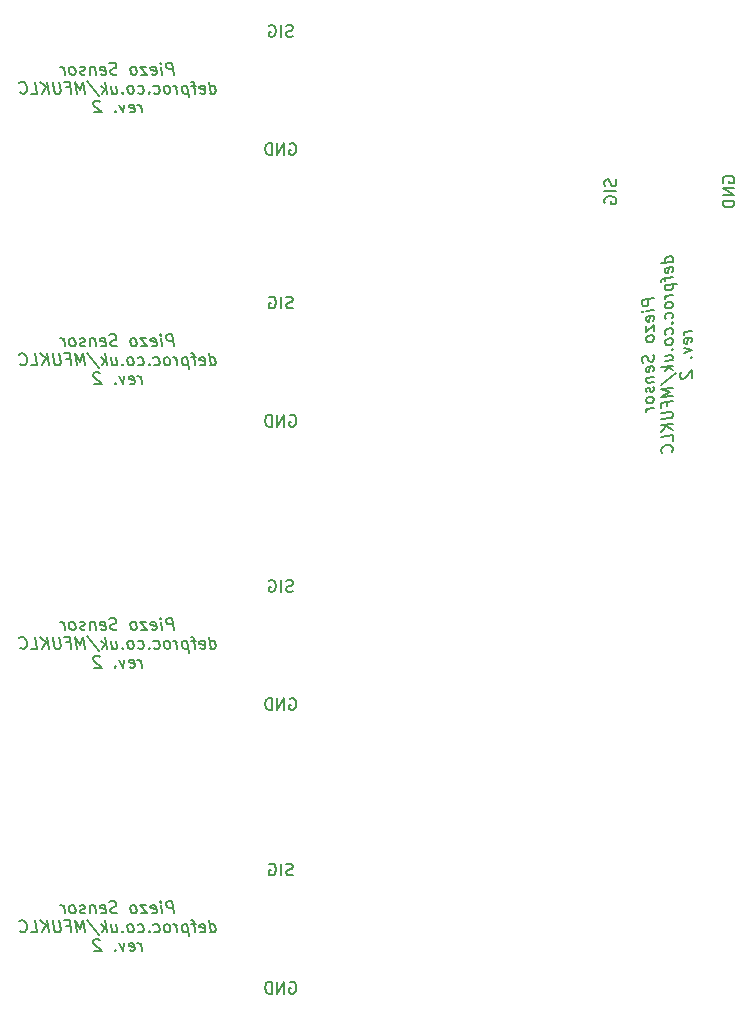
<source format=gbo>
G04 (created by PCBNEW (2013-jul-07)-stable) date Sun 15 Mar 2015 20:22:26 GMT*
%MOIN*%
G04 Gerber Fmt 3.4, Leading zero omitted, Abs format*
%FSLAX34Y34*%
G01*
G70*
G90*
G04 APERTURE LIST*
%ADD10C,0.00590551*%
%ADD11C,0.00787402*%
G04 APERTURE END LIST*
G54D10*
G54D11*
X99156Y-62392D02*
X99175Y-62448D01*
X99175Y-62542D01*
X99156Y-62579D01*
X99137Y-62598D01*
X99100Y-62617D01*
X99062Y-62617D01*
X99025Y-62598D01*
X99006Y-62579D01*
X98987Y-62542D01*
X98968Y-62467D01*
X98950Y-62429D01*
X98931Y-62410D01*
X98893Y-62392D01*
X98856Y-62392D01*
X98818Y-62410D01*
X98800Y-62429D01*
X98781Y-62467D01*
X98781Y-62560D01*
X98800Y-62617D01*
X99175Y-62785D02*
X98781Y-62785D01*
X98800Y-63179D02*
X98781Y-63142D01*
X98781Y-63085D01*
X98800Y-63029D01*
X98837Y-62992D01*
X98875Y-62973D01*
X98950Y-62954D01*
X99006Y-62954D01*
X99081Y-62973D01*
X99118Y-62992D01*
X99156Y-63029D01*
X99175Y-63085D01*
X99175Y-63123D01*
X99156Y-63179D01*
X99137Y-63198D01*
X99006Y-63198D01*
X99006Y-63123D01*
X102737Y-62495D02*
X102718Y-62457D01*
X102718Y-62401D01*
X102737Y-62345D01*
X102774Y-62307D01*
X102812Y-62289D01*
X102887Y-62270D01*
X102943Y-62270D01*
X103018Y-62289D01*
X103055Y-62307D01*
X103093Y-62345D01*
X103112Y-62401D01*
X103112Y-62439D01*
X103093Y-62495D01*
X103074Y-62514D01*
X102943Y-62514D01*
X102943Y-62439D01*
X103112Y-62682D02*
X102718Y-62682D01*
X103112Y-62907D01*
X102718Y-62907D01*
X103112Y-63095D02*
X102718Y-63095D01*
X102718Y-63188D01*
X102737Y-63245D01*
X102774Y-63282D01*
X102812Y-63301D01*
X102887Y-63320D01*
X102943Y-63320D01*
X103018Y-63301D01*
X103055Y-63282D01*
X103093Y-63245D01*
X103112Y-63188D01*
X103112Y-63095D01*
X100434Y-66361D02*
X100041Y-66410D01*
X100041Y-66560D01*
X100059Y-66596D01*
X100078Y-66612D01*
X100116Y-66626D01*
X100172Y-66619D01*
X100209Y-66596D01*
X100228Y-66575D01*
X100247Y-66535D01*
X100247Y-66385D01*
X100434Y-66755D02*
X100172Y-66788D01*
X100041Y-66804D02*
X100059Y-66783D01*
X100078Y-66800D01*
X100059Y-66821D01*
X100041Y-66804D01*
X100078Y-66800D01*
X100416Y-67095D02*
X100434Y-67055D01*
X100434Y-66980D01*
X100416Y-66945D01*
X100378Y-66931D01*
X100228Y-66949D01*
X100191Y-66973D01*
X100172Y-67013D01*
X100172Y-67088D01*
X100191Y-67123D01*
X100228Y-67137D01*
X100266Y-67132D01*
X100303Y-66940D01*
X100172Y-67275D02*
X100172Y-67481D01*
X100434Y-67242D01*
X100434Y-67449D01*
X100434Y-67655D02*
X100416Y-67620D01*
X100397Y-67603D01*
X100359Y-67589D01*
X100247Y-67603D01*
X100209Y-67627D01*
X100191Y-67648D01*
X100172Y-67688D01*
X100172Y-67744D01*
X100191Y-67779D01*
X100209Y-67795D01*
X100247Y-67810D01*
X100359Y-67795D01*
X100397Y-67772D01*
X100416Y-67751D01*
X100434Y-67711D01*
X100434Y-67655D01*
X100416Y-68238D02*
X100434Y-68292D01*
X100434Y-68386D01*
X100416Y-68426D01*
X100397Y-68447D01*
X100359Y-68470D01*
X100322Y-68475D01*
X100284Y-68461D01*
X100266Y-68445D01*
X100247Y-68409D01*
X100228Y-68337D01*
X100209Y-68302D01*
X100191Y-68285D01*
X100153Y-68271D01*
X100116Y-68276D01*
X100078Y-68299D01*
X100059Y-68320D01*
X100041Y-68360D01*
X100041Y-68454D01*
X100059Y-68508D01*
X100416Y-68782D02*
X100434Y-68742D01*
X100434Y-68667D01*
X100416Y-68632D01*
X100378Y-68618D01*
X100228Y-68637D01*
X100191Y-68660D01*
X100172Y-68700D01*
X100172Y-68775D01*
X100191Y-68810D01*
X100228Y-68824D01*
X100266Y-68820D01*
X100303Y-68627D01*
X100172Y-69000D02*
X100434Y-68967D01*
X100209Y-68995D02*
X100191Y-69016D01*
X100172Y-69056D01*
X100172Y-69113D01*
X100191Y-69148D01*
X100228Y-69162D01*
X100434Y-69136D01*
X100416Y-69307D02*
X100434Y-69342D01*
X100434Y-69417D01*
X100416Y-69457D01*
X100378Y-69480D01*
X100359Y-69483D01*
X100322Y-69469D01*
X100303Y-69434D01*
X100303Y-69377D01*
X100284Y-69342D01*
X100247Y-69328D01*
X100228Y-69330D01*
X100191Y-69354D01*
X100172Y-69394D01*
X100172Y-69450D01*
X100191Y-69485D01*
X100434Y-69698D02*
X100416Y-69663D01*
X100397Y-69647D01*
X100359Y-69633D01*
X100247Y-69647D01*
X100209Y-69670D01*
X100191Y-69691D01*
X100172Y-69731D01*
X100172Y-69787D01*
X100191Y-69823D01*
X100209Y-69839D01*
X100247Y-69853D01*
X100359Y-69839D01*
X100397Y-69816D01*
X100416Y-69794D01*
X100434Y-69755D01*
X100434Y-69698D01*
X100434Y-69998D02*
X100172Y-70031D01*
X100247Y-70022D02*
X100209Y-70045D01*
X100191Y-70066D01*
X100172Y-70106D01*
X100172Y-70144D01*
X101064Y-65133D02*
X100671Y-65183D01*
X101046Y-65136D02*
X101064Y-65096D01*
X101064Y-65021D01*
X101046Y-64986D01*
X101027Y-64969D01*
X100989Y-64955D01*
X100877Y-64969D01*
X100839Y-64993D01*
X100821Y-65014D01*
X100802Y-65054D01*
X100802Y-65129D01*
X100821Y-65164D01*
X101046Y-65473D02*
X101064Y-65433D01*
X101064Y-65358D01*
X101046Y-65323D01*
X101008Y-65309D01*
X100858Y-65328D01*
X100821Y-65351D01*
X100802Y-65391D01*
X100802Y-65466D01*
X100821Y-65501D01*
X100858Y-65515D01*
X100896Y-65511D01*
X100933Y-65318D01*
X100802Y-65635D02*
X100802Y-65785D01*
X101064Y-65658D02*
X100727Y-65700D01*
X100689Y-65724D01*
X100671Y-65764D01*
X100671Y-65801D01*
X100802Y-65916D02*
X101196Y-65867D01*
X100821Y-65914D02*
X100802Y-65954D01*
X100802Y-66029D01*
X100821Y-66064D01*
X100839Y-66080D01*
X100877Y-66094D01*
X100989Y-66080D01*
X101027Y-66057D01*
X101046Y-66036D01*
X101064Y-65996D01*
X101064Y-65921D01*
X101046Y-65886D01*
X101064Y-66239D02*
X100802Y-66272D01*
X100877Y-66263D02*
X100839Y-66286D01*
X100821Y-66307D01*
X100802Y-66347D01*
X100802Y-66385D01*
X101064Y-66539D02*
X101046Y-66504D01*
X101027Y-66488D01*
X100989Y-66474D01*
X100877Y-66488D01*
X100839Y-66511D01*
X100821Y-66532D01*
X100802Y-66572D01*
X100802Y-66628D01*
X100821Y-66664D01*
X100839Y-66680D01*
X100877Y-66694D01*
X100989Y-66680D01*
X101027Y-66657D01*
X101046Y-66635D01*
X101064Y-66596D01*
X101064Y-66539D01*
X101046Y-67010D02*
X101064Y-66971D01*
X101064Y-66896D01*
X101046Y-66860D01*
X101027Y-66844D01*
X100989Y-66830D01*
X100877Y-66844D01*
X100839Y-66867D01*
X100821Y-66889D01*
X100802Y-66928D01*
X100802Y-67003D01*
X100821Y-67039D01*
X101027Y-67181D02*
X101046Y-67198D01*
X101064Y-67177D01*
X101046Y-67160D01*
X101027Y-67181D01*
X101064Y-67177D01*
X101046Y-67535D02*
X101064Y-67496D01*
X101064Y-67421D01*
X101046Y-67385D01*
X101027Y-67369D01*
X100989Y-67355D01*
X100877Y-67369D01*
X100839Y-67392D01*
X100821Y-67413D01*
X100802Y-67453D01*
X100802Y-67528D01*
X100821Y-67563D01*
X101064Y-67758D02*
X101046Y-67723D01*
X101027Y-67706D01*
X100989Y-67692D01*
X100877Y-67706D01*
X100839Y-67730D01*
X100821Y-67751D01*
X100802Y-67791D01*
X100802Y-67847D01*
X100821Y-67882D01*
X100839Y-67899D01*
X100877Y-67913D01*
X100989Y-67899D01*
X101027Y-67875D01*
X101046Y-67854D01*
X101064Y-67814D01*
X101064Y-67758D01*
X101027Y-68063D02*
X101046Y-68079D01*
X101064Y-68058D01*
X101046Y-68042D01*
X101027Y-68063D01*
X101064Y-68058D01*
X100802Y-68447D02*
X101064Y-68414D01*
X100802Y-68278D02*
X101008Y-68252D01*
X101046Y-68267D01*
X101064Y-68302D01*
X101064Y-68358D01*
X101046Y-68398D01*
X101027Y-68419D01*
X101064Y-68602D02*
X100671Y-68651D01*
X100914Y-68658D02*
X101064Y-68752D01*
X100802Y-68784D02*
X100952Y-68616D01*
X100652Y-69253D02*
X101158Y-68852D01*
X101064Y-69333D02*
X100671Y-69382D01*
X100952Y-69478D01*
X100671Y-69644D01*
X101064Y-69595D01*
X100858Y-69940D02*
X100858Y-69809D01*
X101064Y-69783D02*
X100671Y-69832D01*
X100671Y-70019D01*
X100671Y-70169D02*
X100989Y-70130D01*
X101027Y-70144D01*
X101046Y-70160D01*
X101064Y-70195D01*
X101064Y-70270D01*
X101046Y-70310D01*
X101027Y-70331D01*
X100989Y-70355D01*
X100671Y-70394D01*
X101064Y-70533D02*
X100671Y-70582D01*
X101064Y-70758D02*
X100839Y-70617D01*
X100671Y-70807D02*
X100896Y-70554D01*
X101064Y-71114D02*
X101064Y-70926D01*
X100671Y-70976D01*
X101027Y-71475D02*
X101046Y-71454D01*
X101064Y-71395D01*
X101064Y-71358D01*
X101046Y-71304D01*
X101008Y-71271D01*
X100971Y-71257D01*
X100896Y-71247D01*
X100839Y-71254D01*
X100764Y-71283D01*
X100727Y-71306D01*
X100689Y-71348D01*
X100671Y-71407D01*
X100671Y-71444D01*
X100689Y-71498D01*
X100708Y-71515D01*
X101694Y-67430D02*
X101432Y-67463D01*
X101507Y-67453D02*
X101469Y-67477D01*
X101451Y-67498D01*
X101432Y-67538D01*
X101432Y-67575D01*
X101676Y-67826D02*
X101694Y-67786D01*
X101694Y-67711D01*
X101676Y-67676D01*
X101638Y-67662D01*
X101488Y-67681D01*
X101451Y-67704D01*
X101432Y-67744D01*
X101432Y-67819D01*
X101451Y-67854D01*
X101488Y-67868D01*
X101526Y-67863D01*
X101563Y-67671D01*
X101432Y-68006D02*
X101694Y-68067D01*
X101432Y-68194D01*
X101657Y-68316D02*
X101676Y-68332D01*
X101694Y-68311D01*
X101676Y-68295D01*
X101657Y-68316D01*
X101694Y-68311D01*
X101338Y-68824D02*
X101319Y-68845D01*
X101301Y-68885D01*
X101301Y-68979D01*
X101319Y-69014D01*
X101338Y-69030D01*
X101376Y-69045D01*
X101413Y-69040D01*
X101469Y-69014D01*
X101694Y-68761D01*
X101694Y-69005D01*
X84425Y-86852D02*
X84376Y-86458D01*
X84226Y-86458D01*
X84191Y-86477D01*
X84174Y-86496D01*
X84160Y-86533D01*
X84167Y-86589D01*
X84191Y-86627D01*
X84212Y-86646D01*
X84252Y-86664D01*
X84402Y-86664D01*
X84031Y-86852D02*
X83999Y-86589D01*
X83982Y-86458D02*
X84003Y-86477D01*
X83987Y-86496D01*
X83966Y-86477D01*
X83982Y-86458D01*
X83987Y-86496D01*
X83692Y-86833D02*
X83731Y-86852D01*
X83806Y-86852D01*
X83842Y-86833D01*
X83856Y-86796D01*
X83837Y-86646D01*
X83813Y-86608D01*
X83774Y-86589D01*
X83699Y-86589D01*
X83663Y-86608D01*
X83649Y-86646D01*
X83654Y-86683D01*
X83846Y-86721D01*
X83511Y-86589D02*
X83305Y-86589D01*
X83544Y-86852D01*
X83338Y-86852D01*
X83132Y-86852D02*
X83167Y-86833D01*
X83183Y-86814D01*
X83197Y-86777D01*
X83183Y-86664D01*
X83160Y-86627D01*
X83139Y-86608D01*
X83099Y-86589D01*
X83042Y-86589D01*
X83007Y-86608D01*
X82991Y-86627D01*
X82977Y-86664D01*
X82991Y-86777D01*
X83014Y-86814D01*
X83035Y-86833D01*
X83075Y-86852D01*
X83132Y-86852D01*
X82548Y-86833D02*
X82494Y-86852D01*
X82400Y-86852D01*
X82361Y-86833D01*
X82339Y-86814D01*
X82316Y-86777D01*
X82311Y-86739D01*
X82325Y-86702D01*
X82342Y-86683D01*
X82377Y-86664D01*
X82450Y-86646D01*
X82485Y-86627D01*
X82501Y-86608D01*
X82515Y-86571D01*
X82511Y-86533D01*
X82487Y-86496D01*
X82466Y-86477D01*
X82426Y-86458D01*
X82332Y-86458D01*
X82279Y-86477D01*
X82004Y-86833D02*
X82044Y-86852D01*
X82119Y-86852D01*
X82154Y-86833D01*
X82168Y-86796D01*
X82150Y-86646D01*
X82126Y-86608D01*
X82086Y-86589D01*
X82011Y-86589D01*
X81976Y-86608D01*
X81962Y-86646D01*
X81967Y-86683D01*
X82159Y-86721D01*
X81786Y-86589D02*
X81819Y-86852D01*
X81791Y-86627D02*
X81770Y-86608D01*
X81730Y-86589D01*
X81674Y-86589D01*
X81639Y-86608D01*
X81625Y-86646D01*
X81650Y-86852D01*
X81479Y-86833D02*
X81444Y-86852D01*
X81369Y-86852D01*
X81329Y-86833D01*
X81306Y-86796D01*
X81304Y-86777D01*
X81318Y-86739D01*
X81353Y-86721D01*
X81409Y-86721D01*
X81444Y-86702D01*
X81458Y-86664D01*
X81456Y-86646D01*
X81433Y-86608D01*
X81393Y-86589D01*
X81336Y-86589D01*
X81301Y-86608D01*
X81088Y-86852D02*
X81123Y-86833D01*
X81140Y-86814D01*
X81154Y-86777D01*
X81140Y-86664D01*
X81116Y-86627D01*
X81095Y-86608D01*
X81055Y-86589D01*
X80999Y-86589D01*
X80964Y-86608D01*
X80947Y-86627D01*
X80933Y-86664D01*
X80947Y-86777D01*
X80971Y-86814D01*
X80992Y-86833D01*
X81032Y-86852D01*
X81088Y-86852D01*
X80788Y-86852D02*
X80755Y-86589D01*
X80765Y-86664D02*
X80741Y-86627D01*
X80720Y-86608D01*
X80680Y-86589D01*
X80643Y-86589D01*
X85653Y-87482D02*
X85604Y-87088D01*
X85651Y-87463D02*
X85691Y-87482D01*
X85766Y-87482D01*
X85801Y-87463D01*
X85817Y-87444D01*
X85831Y-87407D01*
X85817Y-87294D01*
X85794Y-87257D01*
X85773Y-87238D01*
X85733Y-87219D01*
X85658Y-87219D01*
X85623Y-87238D01*
X85313Y-87463D02*
X85353Y-87482D01*
X85428Y-87482D01*
X85463Y-87463D01*
X85477Y-87425D01*
X85459Y-87275D01*
X85435Y-87238D01*
X85395Y-87219D01*
X85320Y-87219D01*
X85285Y-87238D01*
X85271Y-87275D01*
X85276Y-87313D01*
X85468Y-87350D01*
X85152Y-87219D02*
X85002Y-87219D01*
X85128Y-87482D02*
X85086Y-87144D01*
X85063Y-87107D01*
X85023Y-87088D01*
X84985Y-87088D01*
X84870Y-87219D02*
X84920Y-87613D01*
X84873Y-87238D02*
X84833Y-87219D01*
X84758Y-87219D01*
X84723Y-87238D01*
X84706Y-87257D01*
X84692Y-87294D01*
X84706Y-87407D01*
X84730Y-87444D01*
X84751Y-87463D01*
X84791Y-87482D01*
X84866Y-87482D01*
X84901Y-87463D01*
X84547Y-87482D02*
X84514Y-87219D01*
X84524Y-87294D02*
X84500Y-87257D01*
X84479Y-87238D01*
X84439Y-87219D01*
X84402Y-87219D01*
X84247Y-87482D02*
X84282Y-87463D01*
X84299Y-87444D01*
X84313Y-87407D01*
X84299Y-87294D01*
X84275Y-87257D01*
X84254Y-87238D01*
X84214Y-87219D01*
X84158Y-87219D01*
X84123Y-87238D01*
X84106Y-87257D01*
X84092Y-87294D01*
X84106Y-87407D01*
X84130Y-87444D01*
X84151Y-87463D01*
X84191Y-87482D01*
X84247Y-87482D01*
X83776Y-87463D02*
X83816Y-87482D01*
X83891Y-87482D01*
X83926Y-87463D01*
X83942Y-87444D01*
X83956Y-87407D01*
X83942Y-87294D01*
X83919Y-87257D01*
X83898Y-87238D01*
X83858Y-87219D01*
X83783Y-87219D01*
X83748Y-87238D01*
X83605Y-87444D02*
X83589Y-87463D01*
X83610Y-87482D01*
X83626Y-87463D01*
X83605Y-87444D01*
X83610Y-87482D01*
X83251Y-87463D02*
X83291Y-87482D01*
X83366Y-87482D01*
X83401Y-87463D01*
X83417Y-87444D01*
X83431Y-87407D01*
X83417Y-87294D01*
X83394Y-87257D01*
X83373Y-87238D01*
X83333Y-87219D01*
X83258Y-87219D01*
X83223Y-87238D01*
X83028Y-87482D02*
X83064Y-87463D01*
X83080Y-87444D01*
X83094Y-87407D01*
X83080Y-87294D01*
X83057Y-87257D01*
X83035Y-87238D01*
X82996Y-87219D01*
X82939Y-87219D01*
X82904Y-87238D01*
X82888Y-87257D01*
X82874Y-87294D01*
X82888Y-87407D01*
X82911Y-87444D01*
X82932Y-87463D01*
X82972Y-87482D01*
X83028Y-87482D01*
X82724Y-87444D02*
X82707Y-87463D01*
X82728Y-87482D01*
X82745Y-87463D01*
X82724Y-87444D01*
X82728Y-87482D01*
X82339Y-87219D02*
X82372Y-87482D01*
X82508Y-87219D02*
X82534Y-87425D01*
X82520Y-87463D01*
X82485Y-87482D01*
X82428Y-87482D01*
X82389Y-87463D01*
X82368Y-87444D01*
X82185Y-87482D02*
X82136Y-87088D01*
X82129Y-87332D02*
X82035Y-87482D01*
X82002Y-87219D02*
X82171Y-87369D01*
X81533Y-87069D02*
X81934Y-87575D01*
X81454Y-87482D02*
X81404Y-87088D01*
X81308Y-87369D01*
X81142Y-87088D01*
X81191Y-87482D01*
X80847Y-87275D02*
X80978Y-87275D01*
X81004Y-87482D02*
X80954Y-87088D01*
X80767Y-87088D01*
X80617Y-87088D02*
X80657Y-87407D01*
X80643Y-87444D01*
X80626Y-87463D01*
X80591Y-87482D01*
X80516Y-87482D01*
X80476Y-87463D01*
X80455Y-87444D01*
X80432Y-87407D01*
X80392Y-87088D01*
X80254Y-87482D02*
X80205Y-87088D01*
X80029Y-87482D02*
X80169Y-87257D01*
X79980Y-87088D02*
X80233Y-87313D01*
X79673Y-87482D02*
X79860Y-87482D01*
X79811Y-87088D01*
X79312Y-87444D02*
X79333Y-87463D01*
X79391Y-87482D01*
X79429Y-87482D01*
X79483Y-87463D01*
X79516Y-87425D01*
X79530Y-87388D01*
X79539Y-87313D01*
X79532Y-87257D01*
X79504Y-87182D01*
X79480Y-87144D01*
X79438Y-87107D01*
X79380Y-87088D01*
X79342Y-87088D01*
X79288Y-87107D01*
X79272Y-87125D01*
X83357Y-88112D02*
X83324Y-87849D01*
X83333Y-87924D02*
X83310Y-87887D01*
X83289Y-87868D01*
X83249Y-87849D01*
X83211Y-87849D01*
X82960Y-88093D02*
X83000Y-88112D01*
X83075Y-88112D01*
X83110Y-88093D01*
X83125Y-88055D01*
X83106Y-87905D01*
X83082Y-87868D01*
X83042Y-87849D01*
X82967Y-87849D01*
X82932Y-87868D01*
X82918Y-87905D01*
X82923Y-87943D01*
X83115Y-87980D01*
X82780Y-87849D02*
X82719Y-88112D01*
X82593Y-87849D01*
X82471Y-88074D02*
X82454Y-88093D01*
X82475Y-88112D01*
X82492Y-88093D01*
X82471Y-88074D01*
X82475Y-88112D01*
X81962Y-87755D02*
X81941Y-87737D01*
X81901Y-87718D01*
X81807Y-87718D01*
X81772Y-87737D01*
X81756Y-87755D01*
X81742Y-87793D01*
X81747Y-87830D01*
X81772Y-87887D01*
X82025Y-88112D01*
X81782Y-88112D01*
X88292Y-89154D02*
X88329Y-89135D01*
X88385Y-89135D01*
X88442Y-89154D01*
X88479Y-89191D01*
X88498Y-89229D01*
X88517Y-89304D01*
X88517Y-89360D01*
X88498Y-89435D01*
X88479Y-89473D01*
X88442Y-89510D01*
X88385Y-89529D01*
X88348Y-89529D01*
X88292Y-89510D01*
X88273Y-89491D01*
X88273Y-89360D01*
X88348Y-89360D01*
X88104Y-89529D02*
X88104Y-89135D01*
X87879Y-89529D01*
X87879Y-89135D01*
X87692Y-89529D02*
X87692Y-89135D01*
X87598Y-89135D01*
X87542Y-89154D01*
X87504Y-89191D01*
X87485Y-89229D01*
X87467Y-89304D01*
X87467Y-89360D01*
X87485Y-89435D01*
X87504Y-89473D01*
X87542Y-89510D01*
X87598Y-89529D01*
X87692Y-89529D01*
X88395Y-85573D02*
X88338Y-85592D01*
X88245Y-85592D01*
X88207Y-85573D01*
X88188Y-85554D01*
X88170Y-85517D01*
X88170Y-85479D01*
X88188Y-85442D01*
X88207Y-85423D01*
X88245Y-85404D01*
X88320Y-85386D01*
X88357Y-85367D01*
X88376Y-85348D01*
X88395Y-85311D01*
X88395Y-85273D01*
X88376Y-85236D01*
X88357Y-85217D01*
X88320Y-85198D01*
X88226Y-85198D01*
X88170Y-85217D01*
X88001Y-85592D02*
X88001Y-85198D01*
X87607Y-85217D02*
X87645Y-85198D01*
X87701Y-85198D01*
X87757Y-85217D01*
X87795Y-85254D01*
X87814Y-85292D01*
X87832Y-85367D01*
X87832Y-85423D01*
X87814Y-85498D01*
X87795Y-85536D01*
X87757Y-85573D01*
X87701Y-85592D01*
X87664Y-85592D01*
X87607Y-85573D01*
X87589Y-85554D01*
X87589Y-85423D01*
X87664Y-85423D01*
X88395Y-76124D02*
X88338Y-76143D01*
X88245Y-76143D01*
X88207Y-76124D01*
X88188Y-76106D01*
X88170Y-76068D01*
X88170Y-76031D01*
X88188Y-75993D01*
X88207Y-75974D01*
X88245Y-75956D01*
X88320Y-75937D01*
X88357Y-75918D01*
X88376Y-75899D01*
X88395Y-75862D01*
X88395Y-75824D01*
X88376Y-75787D01*
X88357Y-75768D01*
X88320Y-75749D01*
X88226Y-75749D01*
X88170Y-75768D01*
X88001Y-76143D02*
X88001Y-75749D01*
X87607Y-75768D02*
X87645Y-75749D01*
X87701Y-75749D01*
X87757Y-75768D01*
X87795Y-75806D01*
X87814Y-75843D01*
X87832Y-75918D01*
X87832Y-75974D01*
X87814Y-76049D01*
X87795Y-76087D01*
X87757Y-76124D01*
X87701Y-76143D01*
X87664Y-76143D01*
X87607Y-76124D01*
X87589Y-76106D01*
X87589Y-75974D01*
X87664Y-75974D01*
X88292Y-79705D02*
X88329Y-79686D01*
X88385Y-79686D01*
X88442Y-79705D01*
X88479Y-79743D01*
X88498Y-79780D01*
X88517Y-79855D01*
X88517Y-79911D01*
X88498Y-79986D01*
X88479Y-80024D01*
X88442Y-80061D01*
X88385Y-80080D01*
X88348Y-80080D01*
X88292Y-80061D01*
X88273Y-80043D01*
X88273Y-79911D01*
X88348Y-79911D01*
X88104Y-80080D02*
X88104Y-79686D01*
X87879Y-80080D01*
X87879Y-79686D01*
X87692Y-80080D02*
X87692Y-79686D01*
X87598Y-79686D01*
X87542Y-79705D01*
X87504Y-79743D01*
X87485Y-79780D01*
X87467Y-79855D01*
X87467Y-79911D01*
X87485Y-79986D01*
X87504Y-80024D01*
X87542Y-80061D01*
X87598Y-80080D01*
X87692Y-80080D01*
X84425Y-77403D02*
X84376Y-77009D01*
X84226Y-77009D01*
X84191Y-77028D01*
X84174Y-77047D01*
X84160Y-77084D01*
X84167Y-77140D01*
X84191Y-77178D01*
X84212Y-77197D01*
X84252Y-77215D01*
X84402Y-77215D01*
X84031Y-77403D02*
X83999Y-77140D01*
X83982Y-77009D02*
X84003Y-77028D01*
X83987Y-77047D01*
X83966Y-77028D01*
X83982Y-77009D01*
X83987Y-77047D01*
X83692Y-77384D02*
X83731Y-77403D01*
X83806Y-77403D01*
X83842Y-77384D01*
X83856Y-77347D01*
X83837Y-77197D01*
X83813Y-77159D01*
X83774Y-77140D01*
X83699Y-77140D01*
X83663Y-77159D01*
X83649Y-77197D01*
X83654Y-77234D01*
X83846Y-77272D01*
X83511Y-77140D02*
X83305Y-77140D01*
X83544Y-77403D01*
X83338Y-77403D01*
X83132Y-77403D02*
X83167Y-77384D01*
X83183Y-77365D01*
X83197Y-77328D01*
X83183Y-77215D01*
X83160Y-77178D01*
X83139Y-77159D01*
X83099Y-77140D01*
X83042Y-77140D01*
X83007Y-77159D01*
X82991Y-77178D01*
X82977Y-77215D01*
X82991Y-77328D01*
X83014Y-77365D01*
X83035Y-77384D01*
X83075Y-77403D01*
X83132Y-77403D01*
X82548Y-77384D02*
X82494Y-77403D01*
X82400Y-77403D01*
X82361Y-77384D01*
X82339Y-77365D01*
X82316Y-77328D01*
X82311Y-77290D01*
X82325Y-77253D01*
X82342Y-77234D01*
X82377Y-77215D01*
X82450Y-77197D01*
X82485Y-77178D01*
X82501Y-77159D01*
X82515Y-77122D01*
X82511Y-77084D01*
X82487Y-77047D01*
X82466Y-77028D01*
X82426Y-77009D01*
X82332Y-77009D01*
X82279Y-77028D01*
X82004Y-77384D02*
X82044Y-77403D01*
X82119Y-77403D01*
X82154Y-77384D01*
X82168Y-77347D01*
X82150Y-77197D01*
X82126Y-77159D01*
X82086Y-77140D01*
X82011Y-77140D01*
X81976Y-77159D01*
X81962Y-77197D01*
X81967Y-77234D01*
X82159Y-77272D01*
X81786Y-77140D02*
X81819Y-77403D01*
X81791Y-77178D02*
X81770Y-77159D01*
X81730Y-77140D01*
X81674Y-77140D01*
X81639Y-77159D01*
X81625Y-77197D01*
X81650Y-77403D01*
X81479Y-77384D02*
X81444Y-77403D01*
X81369Y-77403D01*
X81329Y-77384D01*
X81306Y-77347D01*
X81304Y-77328D01*
X81318Y-77290D01*
X81353Y-77272D01*
X81409Y-77272D01*
X81444Y-77253D01*
X81458Y-77215D01*
X81456Y-77197D01*
X81433Y-77159D01*
X81393Y-77140D01*
X81336Y-77140D01*
X81301Y-77159D01*
X81088Y-77403D02*
X81123Y-77384D01*
X81140Y-77365D01*
X81154Y-77328D01*
X81140Y-77215D01*
X81116Y-77178D01*
X81095Y-77159D01*
X81055Y-77140D01*
X80999Y-77140D01*
X80964Y-77159D01*
X80947Y-77178D01*
X80933Y-77215D01*
X80947Y-77328D01*
X80971Y-77365D01*
X80992Y-77384D01*
X81032Y-77403D01*
X81088Y-77403D01*
X80788Y-77403D02*
X80755Y-77140D01*
X80765Y-77215D02*
X80741Y-77178D01*
X80720Y-77159D01*
X80680Y-77140D01*
X80643Y-77140D01*
X85653Y-78033D02*
X85604Y-77639D01*
X85651Y-78014D02*
X85691Y-78033D01*
X85766Y-78033D01*
X85801Y-78014D01*
X85817Y-77995D01*
X85831Y-77958D01*
X85817Y-77845D01*
X85794Y-77808D01*
X85773Y-77789D01*
X85733Y-77770D01*
X85658Y-77770D01*
X85623Y-77789D01*
X85313Y-78014D02*
X85353Y-78033D01*
X85428Y-78033D01*
X85463Y-78014D01*
X85477Y-77977D01*
X85459Y-77827D01*
X85435Y-77789D01*
X85395Y-77770D01*
X85320Y-77770D01*
X85285Y-77789D01*
X85271Y-77827D01*
X85276Y-77864D01*
X85468Y-77902D01*
X85152Y-77770D02*
X85002Y-77770D01*
X85128Y-78033D02*
X85086Y-77695D01*
X85063Y-77658D01*
X85023Y-77639D01*
X84985Y-77639D01*
X84870Y-77770D02*
X84920Y-78164D01*
X84873Y-77789D02*
X84833Y-77770D01*
X84758Y-77770D01*
X84723Y-77789D01*
X84706Y-77808D01*
X84692Y-77845D01*
X84706Y-77958D01*
X84730Y-77995D01*
X84751Y-78014D01*
X84791Y-78033D01*
X84866Y-78033D01*
X84901Y-78014D01*
X84547Y-78033D02*
X84514Y-77770D01*
X84524Y-77845D02*
X84500Y-77808D01*
X84479Y-77789D01*
X84439Y-77770D01*
X84402Y-77770D01*
X84247Y-78033D02*
X84282Y-78014D01*
X84299Y-77995D01*
X84313Y-77958D01*
X84299Y-77845D01*
X84275Y-77808D01*
X84254Y-77789D01*
X84214Y-77770D01*
X84158Y-77770D01*
X84123Y-77789D01*
X84106Y-77808D01*
X84092Y-77845D01*
X84106Y-77958D01*
X84130Y-77995D01*
X84151Y-78014D01*
X84191Y-78033D01*
X84247Y-78033D01*
X83776Y-78014D02*
X83816Y-78033D01*
X83891Y-78033D01*
X83926Y-78014D01*
X83942Y-77995D01*
X83956Y-77958D01*
X83942Y-77845D01*
X83919Y-77808D01*
X83898Y-77789D01*
X83858Y-77770D01*
X83783Y-77770D01*
X83748Y-77789D01*
X83605Y-77995D02*
X83589Y-78014D01*
X83610Y-78033D01*
X83626Y-78014D01*
X83605Y-77995D01*
X83610Y-78033D01*
X83251Y-78014D02*
X83291Y-78033D01*
X83366Y-78033D01*
X83401Y-78014D01*
X83417Y-77995D01*
X83431Y-77958D01*
X83417Y-77845D01*
X83394Y-77808D01*
X83373Y-77789D01*
X83333Y-77770D01*
X83258Y-77770D01*
X83223Y-77789D01*
X83028Y-78033D02*
X83064Y-78014D01*
X83080Y-77995D01*
X83094Y-77958D01*
X83080Y-77845D01*
X83057Y-77808D01*
X83035Y-77789D01*
X82996Y-77770D01*
X82939Y-77770D01*
X82904Y-77789D01*
X82888Y-77808D01*
X82874Y-77845D01*
X82888Y-77958D01*
X82911Y-77995D01*
X82932Y-78014D01*
X82972Y-78033D01*
X83028Y-78033D01*
X82724Y-77995D02*
X82707Y-78014D01*
X82728Y-78033D01*
X82745Y-78014D01*
X82724Y-77995D01*
X82728Y-78033D01*
X82339Y-77770D02*
X82372Y-78033D01*
X82508Y-77770D02*
X82534Y-77977D01*
X82520Y-78014D01*
X82485Y-78033D01*
X82428Y-78033D01*
X82389Y-78014D01*
X82368Y-77995D01*
X82185Y-78033D02*
X82136Y-77639D01*
X82129Y-77883D02*
X82035Y-78033D01*
X82002Y-77770D02*
X82171Y-77920D01*
X81533Y-77620D02*
X81934Y-78127D01*
X81454Y-78033D02*
X81404Y-77639D01*
X81308Y-77920D01*
X81142Y-77639D01*
X81191Y-78033D01*
X80847Y-77827D02*
X80978Y-77827D01*
X81004Y-78033D02*
X80954Y-77639D01*
X80767Y-77639D01*
X80617Y-77639D02*
X80657Y-77958D01*
X80643Y-77995D01*
X80626Y-78014D01*
X80591Y-78033D01*
X80516Y-78033D01*
X80476Y-78014D01*
X80455Y-77995D01*
X80432Y-77958D01*
X80392Y-77639D01*
X80254Y-78033D02*
X80205Y-77639D01*
X80029Y-78033D02*
X80169Y-77808D01*
X79980Y-77639D02*
X80233Y-77864D01*
X79673Y-78033D02*
X79860Y-78033D01*
X79811Y-77639D01*
X79312Y-77995D02*
X79333Y-78014D01*
X79391Y-78033D01*
X79429Y-78033D01*
X79483Y-78014D01*
X79516Y-77977D01*
X79530Y-77939D01*
X79539Y-77864D01*
X79532Y-77808D01*
X79504Y-77733D01*
X79480Y-77695D01*
X79438Y-77658D01*
X79380Y-77639D01*
X79342Y-77639D01*
X79288Y-77658D01*
X79272Y-77677D01*
X83357Y-78663D02*
X83324Y-78400D01*
X83333Y-78475D02*
X83310Y-78438D01*
X83289Y-78419D01*
X83249Y-78400D01*
X83211Y-78400D01*
X82960Y-78644D02*
X83000Y-78663D01*
X83075Y-78663D01*
X83110Y-78644D01*
X83125Y-78607D01*
X83106Y-78457D01*
X83082Y-78419D01*
X83042Y-78400D01*
X82967Y-78400D01*
X82932Y-78419D01*
X82918Y-78457D01*
X82923Y-78494D01*
X83115Y-78532D01*
X82780Y-78400D02*
X82719Y-78663D01*
X82593Y-78400D01*
X82471Y-78625D02*
X82454Y-78644D01*
X82475Y-78663D01*
X82492Y-78644D01*
X82471Y-78625D01*
X82475Y-78663D01*
X81962Y-78307D02*
X81941Y-78288D01*
X81901Y-78269D01*
X81807Y-78269D01*
X81772Y-78288D01*
X81756Y-78307D01*
X81742Y-78344D01*
X81747Y-78382D01*
X81772Y-78438D01*
X82025Y-78663D01*
X81782Y-78663D01*
X84425Y-67954D02*
X84376Y-67560D01*
X84226Y-67560D01*
X84191Y-67579D01*
X84174Y-67598D01*
X84160Y-67635D01*
X84167Y-67692D01*
X84191Y-67729D01*
X84212Y-67748D01*
X84252Y-67767D01*
X84402Y-67767D01*
X84031Y-67954D02*
X83999Y-67692D01*
X83982Y-67560D02*
X84003Y-67579D01*
X83987Y-67598D01*
X83966Y-67579D01*
X83982Y-67560D01*
X83987Y-67598D01*
X83692Y-67935D02*
X83731Y-67954D01*
X83806Y-67954D01*
X83842Y-67935D01*
X83856Y-67898D01*
X83837Y-67748D01*
X83813Y-67710D01*
X83774Y-67692D01*
X83699Y-67692D01*
X83663Y-67710D01*
X83649Y-67748D01*
X83654Y-67785D01*
X83846Y-67823D01*
X83511Y-67692D02*
X83305Y-67692D01*
X83544Y-67954D01*
X83338Y-67954D01*
X83132Y-67954D02*
X83167Y-67935D01*
X83183Y-67917D01*
X83197Y-67879D01*
X83183Y-67767D01*
X83160Y-67729D01*
X83139Y-67710D01*
X83099Y-67692D01*
X83042Y-67692D01*
X83007Y-67710D01*
X82991Y-67729D01*
X82977Y-67767D01*
X82991Y-67879D01*
X83014Y-67917D01*
X83035Y-67935D01*
X83075Y-67954D01*
X83132Y-67954D01*
X82548Y-67935D02*
X82494Y-67954D01*
X82400Y-67954D01*
X82361Y-67935D01*
X82339Y-67917D01*
X82316Y-67879D01*
X82311Y-67842D01*
X82325Y-67804D01*
X82342Y-67785D01*
X82377Y-67767D01*
X82450Y-67748D01*
X82485Y-67729D01*
X82501Y-67710D01*
X82515Y-67673D01*
X82511Y-67635D01*
X82487Y-67598D01*
X82466Y-67579D01*
X82426Y-67560D01*
X82332Y-67560D01*
X82279Y-67579D01*
X82004Y-67935D02*
X82044Y-67954D01*
X82119Y-67954D01*
X82154Y-67935D01*
X82168Y-67898D01*
X82150Y-67748D01*
X82126Y-67710D01*
X82086Y-67692D01*
X82011Y-67692D01*
X81976Y-67710D01*
X81962Y-67748D01*
X81967Y-67785D01*
X82159Y-67823D01*
X81786Y-67692D02*
X81819Y-67954D01*
X81791Y-67729D02*
X81770Y-67710D01*
X81730Y-67692D01*
X81674Y-67692D01*
X81639Y-67710D01*
X81625Y-67748D01*
X81650Y-67954D01*
X81479Y-67935D02*
X81444Y-67954D01*
X81369Y-67954D01*
X81329Y-67935D01*
X81306Y-67898D01*
X81304Y-67879D01*
X81318Y-67842D01*
X81353Y-67823D01*
X81409Y-67823D01*
X81444Y-67804D01*
X81458Y-67767D01*
X81456Y-67748D01*
X81433Y-67710D01*
X81393Y-67692D01*
X81336Y-67692D01*
X81301Y-67710D01*
X81088Y-67954D02*
X81123Y-67935D01*
X81140Y-67917D01*
X81154Y-67879D01*
X81140Y-67767D01*
X81116Y-67729D01*
X81095Y-67710D01*
X81055Y-67692D01*
X80999Y-67692D01*
X80964Y-67710D01*
X80947Y-67729D01*
X80933Y-67767D01*
X80947Y-67879D01*
X80971Y-67917D01*
X80992Y-67935D01*
X81032Y-67954D01*
X81088Y-67954D01*
X80788Y-67954D02*
X80755Y-67692D01*
X80765Y-67767D02*
X80741Y-67729D01*
X80720Y-67710D01*
X80680Y-67692D01*
X80643Y-67692D01*
X85653Y-68584D02*
X85604Y-68190D01*
X85651Y-68565D02*
X85691Y-68584D01*
X85766Y-68584D01*
X85801Y-68565D01*
X85817Y-68547D01*
X85831Y-68509D01*
X85817Y-68397D01*
X85794Y-68359D01*
X85773Y-68340D01*
X85733Y-68322D01*
X85658Y-68322D01*
X85623Y-68340D01*
X85313Y-68565D02*
X85353Y-68584D01*
X85428Y-68584D01*
X85463Y-68565D01*
X85477Y-68528D01*
X85459Y-68378D01*
X85435Y-68340D01*
X85395Y-68322D01*
X85320Y-68322D01*
X85285Y-68340D01*
X85271Y-68378D01*
X85276Y-68415D01*
X85468Y-68453D01*
X85152Y-68322D02*
X85002Y-68322D01*
X85128Y-68584D02*
X85086Y-68247D01*
X85063Y-68209D01*
X85023Y-68190D01*
X84985Y-68190D01*
X84870Y-68322D02*
X84920Y-68715D01*
X84873Y-68340D02*
X84833Y-68322D01*
X84758Y-68322D01*
X84723Y-68340D01*
X84706Y-68359D01*
X84692Y-68397D01*
X84706Y-68509D01*
X84730Y-68547D01*
X84751Y-68565D01*
X84791Y-68584D01*
X84866Y-68584D01*
X84901Y-68565D01*
X84547Y-68584D02*
X84514Y-68322D01*
X84524Y-68397D02*
X84500Y-68359D01*
X84479Y-68340D01*
X84439Y-68322D01*
X84402Y-68322D01*
X84247Y-68584D02*
X84282Y-68565D01*
X84299Y-68547D01*
X84313Y-68509D01*
X84299Y-68397D01*
X84275Y-68359D01*
X84254Y-68340D01*
X84214Y-68322D01*
X84158Y-68322D01*
X84123Y-68340D01*
X84106Y-68359D01*
X84092Y-68397D01*
X84106Y-68509D01*
X84130Y-68547D01*
X84151Y-68565D01*
X84191Y-68584D01*
X84247Y-68584D01*
X83776Y-68565D02*
X83816Y-68584D01*
X83891Y-68584D01*
X83926Y-68565D01*
X83942Y-68547D01*
X83956Y-68509D01*
X83942Y-68397D01*
X83919Y-68359D01*
X83898Y-68340D01*
X83858Y-68322D01*
X83783Y-68322D01*
X83748Y-68340D01*
X83605Y-68547D02*
X83589Y-68565D01*
X83610Y-68584D01*
X83626Y-68565D01*
X83605Y-68547D01*
X83610Y-68584D01*
X83251Y-68565D02*
X83291Y-68584D01*
X83366Y-68584D01*
X83401Y-68565D01*
X83417Y-68547D01*
X83431Y-68509D01*
X83417Y-68397D01*
X83394Y-68359D01*
X83373Y-68340D01*
X83333Y-68322D01*
X83258Y-68322D01*
X83223Y-68340D01*
X83028Y-68584D02*
X83064Y-68565D01*
X83080Y-68547D01*
X83094Y-68509D01*
X83080Y-68397D01*
X83057Y-68359D01*
X83035Y-68340D01*
X82996Y-68322D01*
X82939Y-68322D01*
X82904Y-68340D01*
X82888Y-68359D01*
X82874Y-68397D01*
X82888Y-68509D01*
X82911Y-68547D01*
X82932Y-68565D01*
X82972Y-68584D01*
X83028Y-68584D01*
X82724Y-68547D02*
X82707Y-68565D01*
X82728Y-68584D01*
X82745Y-68565D01*
X82724Y-68547D01*
X82728Y-68584D01*
X82339Y-68322D02*
X82372Y-68584D01*
X82508Y-68322D02*
X82534Y-68528D01*
X82520Y-68565D01*
X82485Y-68584D01*
X82428Y-68584D01*
X82389Y-68565D01*
X82368Y-68547D01*
X82185Y-68584D02*
X82136Y-68190D01*
X82129Y-68434D02*
X82035Y-68584D01*
X82002Y-68322D02*
X82171Y-68472D01*
X81533Y-68172D02*
X81934Y-68678D01*
X81454Y-68584D02*
X81404Y-68190D01*
X81308Y-68472D01*
X81142Y-68190D01*
X81191Y-68584D01*
X80847Y-68378D02*
X80978Y-68378D01*
X81004Y-68584D02*
X80954Y-68190D01*
X80767Y-68190D01*
X80617Y-68190D02*
X80657Y-68509D01*
X80643Y-68547D01*
X80626Y-68565D01*
X80591Y-68584D01*
X80516Y-68584D01*
X80476Y-68565D01*
X80455Y-68547D01*
X80432Y-68509D01*
X80392Y-68190D01*
X80254Y-68584D02*
X80205Y-68190D01*
X80029Y-68584D02*
X80169Y-68359D01*
X79980Y-68190D02*
X80233Y-68415D01*
X79673Y-68584D02*
X79860Y-68584D01*
X79811Y-68190D01*
X79312Y-68547D02*
X79333Y-68565D01*
X79391Y-68584D01*
X79429Y-68584D01*
X79483Y-68565D01*
X79516Y-68528D01*
X79530Y-68490D01*
X79539Y-68415D01*
X79532Y-68359D01*
X79504Y-68284D01*
X79480Y-68247D01*
X79438Y-68209D01*
X79380Y-68190D01*
X79342Y-68190D01*
X79288Y-68209D01*
X79272Y-68228D01*
X83357Y-69214D02*
X83324Y-68952D01*
X83333Y-69026D02*
X83310Y-68989D01*
X83289Y-68970D01*
X83249Y-68952D01*
X83211Y-68952D01*
X82960Y-69195D02*
X83000Y-69214D01*
X83075Y-69214D01*
X83110Y-69195D01*
X83125Y-69158D01*
X83106Y-69008D01*
X83082Y-68970D01*
X83042Y-68952D01*
X82967Y-68952D01*
X82932Y-68970D01*
X82918Y-69008D01*
X82923Y-69045D01*
X83115Y-69083D01*
X82780Y-68952D02*
X82719Y-69214D01*
X82593Y-68952D01*
X82471Y-69176D02*
X82454Y-69195D01*
X82475Y-69214D01*
X82492Y-69195D01*
X82471Y-69176D01*
X82475Y-69214D01*
X81962Y-68858D02*
X81941Y-68839D01*
X81901Y-68820D01*
X81807Y-68820D01*
X81772Y-68839D01*
X81756Y-68858D01*
X81742Y-68895D01*
X81747Y-68933D01*
X81772Y-68989D01*
X82025Y-69214D01*
X81782Y-69214D01*
X88292Y-70256D02*
X88329Y-70238D01*
X88385Y-70238D01*
X88442Y-70256D01*
X88479Y-70294D01*
X88498Y-70331D01*
X88517Y-70406D01*
X88517Y-70463D01*
X88498Y-70538D01*
X88479Y-70575D01*
X88442Y-70613D01*
X88385Y-70631D01*
X88348Y-70631D01*
X88292Y-70613D01*
X88273Y-70594D01*
X88273Y-70463D01*
X88348Y-70463D01*
X88104Y-70631D02*
X88104Y-70238D01*
X87879Y-70631D01*
X87879Y-70238D01*
X87692Y-70631D02*
X87692Y-70238D01*
X87598Y-70238D01*
X87542Y-70256D01*
X87504Y-70294D01*
X87485Y-70331D01*
X87467Y-70406D01*
X87467Y-70463D01*
X87485Y-70538D01*
X87504Y-70575D01*
X87542Y-70613D01*
X87598Y-70631D01*
X87692Y-70631D01*
X88395Y-66676D02*
X88338Y-66694D01*
X88245Y-66694D01*
X88207Y-66676D01*
X88188Y-66657D01*
X88170Y-66619D01*
X88170Y-66582D01*
X88188Y-66544D01*
X88207Y-66526D01*
X88245Y-66507D01*
X88320Y-66488D01*
X88357Y-66469D01*
X88376Y-66451D01*
X88395Y-66413D01*
X88395Y-66376D01*
X88376Y-66338D01*
X88357Y-66319D01*
X88320Y-66301D01*
X88226Y-66301D01*
X88170Y-66319D01*
X88001Y-66694D02*
X88001Y-66301D01*
X87607Y-66319D02*
X87645Y-66301D01*
X87701Y-66301D01*
X87757Y-66319D01*
X87795Y-66357D01*
X87814Y-66394D01*
X87832Y-66469D01*
X87832Y-66526D01*
X87814Y-66601D01*
X87795Y-66638D01*
X87757Y-66676D01*
X87701Y-66694D01*
X87664Y-66694D01*
X87607Y-66676D01*
X87589Y-66657D01*
X87589Y-66526D01*
X87664Y-66526D01*
X88395Y-57620D02*
X88338Y-57639D01*
X88245Y-57639D01*
X88207Y-57620D01*
X88188Y-57602D01*
X88170Y-57564D01*
X88170Y-57527D01*
X88188Y-57489D01*
X88207Y-57470D01*
X88245Y-57452D01*
X88320Y-57433D01*
X88357Y-57414D01*
X88376Y-57395D01*
X88395Y-57358D01*
X88395Y-57320D01*
X88376Y-57283D01*
X88357Y-57264D01*
X88320Y-57245D01*
X88226Y-57245D01*
X88170Y-57264D01*
X88001Y-57639D02*
X88001Y-57245D01*
X87607Y-57264D02*
X87645Y-57245D01*
X87701Y-57245D01*
X87757Y-57264D01*
X87795Y-57302D01*
X87814Y-57339D01*
X87832Y-57414D01*
X87832Y-57470D01*
X87814Y-57545D01*
X87795Y-57583D01*
X87757Y-57620D01*
X87701Y-57639D01*
X87664Y-57639D01*
X87607Y-57620D01*
X87589Y-57602D01*
X87589Y-57470D01*
X87664Y-57470D01*
X88292Y-61201D02*
X88329Y-61182D01*
X88385Y-61182D01*
X88442Y-61201D01*
X88479Y-61239D01*
X88498Y-61276D01*
X88517Y-61351D01*
X88517Y-61407D01*
X88498Y-61482D01*
X88479Y-61520D01*
X88442Y-61557D01*
X88385Y-61576D01*
X88348Y-61576D01*
X88292Y-61557D01*
X88273Y-61539D01*
X88273Y-61407D01*
X88348Y-61407D01*
X88104Y-61576D02*
X88104Y-61182D01*
X87879Y-61576D01*
X87879Y-61182D01*
X87692Y-61576D02*
X87692Y-61182D01*
X87598Y-61182D01*
X87542Y-61201D01*
X87504Y-61239D01*
X87485Y-61276D01*
X87467Y-61351D01*
X87467Y-61407D01*
X87485Y-61482D01*
X87504Y-61520D01*
X87542Y-61557D01*
X87598Y-61576D01*
X87692Y-61576D01*
X84425Y-58899D02*
X84376Y-58505D01*
X84226Y-58505D01*
X84191Y-58524D01*
X84174Y-58543D01*
X84160Y-58580D01*
X84167Y-58637D01*
X84191Y-58674D01*
X84212Y-58693D01*
X84252Y-58712D01*
X84402Y-58712D01*
X84031Y-58899D02*
X83999Y-58637D01*
X83982Y-58505D02*
X84003Y-58524D01*
X83987Y-58543D01*
X83966Y-58524D01*
X83982Y-58505D01*
X83987Y-58543D01*
X83692Y-58880D02*
X83731Y-58899D01*
X83806Y-58899D01*
X83842Y-58880D01*
X83856Y-58843D01*
X83837Y-58693D01*
X83813Y-58655D01*
X83774Y-58637D01*
X83699Y-58637D01*
X83663Y-58655D01*
X83649Y-58693D01*
X83654Y-58730D01*
X83846Y-58768D01*
X83511Y-58637D02*
X83305Y-58637D01*
X83544Y-58899D01*
X83338Y-58899D01*
X83132Y-58899D02*
X83167Y-58880D01*
X83183Y-58862D01*
X83197Y-58824D01*
X83183Y-58712D01*
X83160Y-58674D01*
X83139Y-58655D01*
X83099Y-58637D01*
X83042Y-58637D01*
X83007Y-58655D01*
X82991Y-58674D01*
X82977Y-58712D01*
X82991Y-58824D01*
X83014Y-58862D01*
X83035Y-58880D01*
X83075Y-58899D01*
X83132Y-58899D01*
X82548Y-58880D02*
X82494Y-58899D01*
X82400Y-58899D01*
X82361Y-58880D01*
X82339Y-58862D01*
X82316Y-58824D01*
X82311Y-58787D01*
X82325Y-58749D01*
X82342Y-58730D01*
X82377Y-58712D01*
X82450Y-58693D01*
X82485Y-58674D01*
X82501Y-58655D01*
X82515Y-58618D01*
X82511Y-58580D01*
X82487Y-58543D01*
X82466Y-58524D01*
X82426Y-58505D01*
X82332Y-58505D01*
X82279Y-58524D01*
X82004Y-58880D02*
X82044Y-58899D01*
X82119Y-58899D01*
X82154Y-58880D01*
X82168Y-58843D01*
X82150Y-58693D01*
X82126Y-58655D01*
X82086Y-58637D01*
X82011Y-58637D01*
X81976Y-58655D01*
X81962Y-58693D01*
X81967Y-58730D01*
X82159Y-58768D01*
X81786Y-58637D02*
X81819Y-58899D01*
X81791Y-58674D02*
X81770Y-58655D01*
X81730Y-58637D01*
X81674Y-58637D01*
X81639Y-58655D01*
X81625Y-58693D01*
X81650Y-58899D01*
X81479Y-58880D02*
X81444Y-58899D01*
X81369Y-58899D01*
X81329Y-58880D01*
X81306Y-58843D01*
X81304Y-58824D01*
X81318Y-58787D01*
X81353Y-58768D01*
X81409Y-58768D01*
X81444Y-58749D01*
X81458Y-58712D01*
X81456Y-58693D01*
X81433Y-58655D01*
X81393Y-58637D01*
X81336Y-58637D01*
X81301Y-58655D01*
X81088Y-58899D02*
X81123Y-58880D01*
X81140Y-58862D01*
X81154Y-58824D01*
X81140Y-58712D01*
X81116Y-58674D01*
X81095Y-58655D01*
X81055Y-58637D01*
X80999Y-58637D01*
X80964Y-58655D01*
X80947Y-58674D01*
X80933Y-58712D01*
X80947Y-58824D01*
X80971Y-58862D01*
X80992Y-58880D01*
X81032Y-58899D01*
X81088Y-58899D01*
X80788Y-58899D02*
X80755Y-58637D01*
X80765Y-58712D02*
X80741Y-58674D01*
X80720Y-58655D01*
X80680Y-58637D01*
X80643Y-58637D01*
X85653Y-59529D02*
X85604Y-59135D01*
X85651Y-59510D02*
X85691Y-59529D01*
X85766Y-59529D01*
X85801Y-59510D01*
X85817Y-59491D01*
X85831Y-59454D01*
X85817Y-59341D01*
X85794Y-59304D01*
X85773Y-59285D01*
X85733Y-59266D01*
X85658Y-59266D01*
X85623Y-59285D01*
X85313Y-59510D02*
X85353Y-59529D01*
X85428Y-59529D01*
X85463Y-59510D01*
X85477Y-59473D01*
X85459Y-59323D01*
X85435Y-59285D01*
X85395Y-59266D01*
X85320Y-59266D01*
X85285Y-59285D01*
X85271Y-59323D01*
X85276Y-59360D01*
X85468Y-59398D01*
X85152Y-59266D02*
X85002Y-59266D01*
X85128Y-59529D02*
X85086Y-59191D01*
X85063Y-59154D01*
X85023Y-59135D01*
X84985Y-59135D01*
X84870Y-59266D02*
X84920Y-59660D01*
X84873Y-59285D02*
X84833Y-59266D01*
X84758Y-59266D01*
X84723Y-59285D01*
X84706Y-59304D01*
X84692Y-59341D01*
X84706Y-59454D01*
X84730Y-59491D01*
X84751Y-59510D01*
X84791Y-59529D01*
X84866Y-59529D01*
X84901Y-59510D01*
X84547Y-59529D02*
X84514Y-59266D01*
X84524Y-59341D02*
X84500Y-59304D01*
X84479Y-59285D01*
X84439Y-59266D01*
X84402Y-59266D01*
X84247Y-59529D02*
X84282Y-59510D01*
X84299Y-59491D01*
X84313Y-59454D01*
X84299Y-59341D01*
X84275Y-59304D01*
X84254Y-59285D01*
X84214Y-59266D01*
X84158Y-59266D01*
X84123Y-59285D01*
X84106Y-59304D01*
X84092Y-59341D01*
X84106Y-59454D01*
X84130Y-59491D01*
X84151Y-59510D01*
X84191Y-59529D01*
X84247Y-59529D01*
X83776Y-59510D02*
X83816Y-59529D01*
X83891Y-59529D01*
X83926Y-59510D01*
X83942Y-59491D01*
X83956Y-59454D01*
X83942Y-59341D01*
X83919Y-59304D01*
X83898Y-59285D01*
X83858Y-59266D01*
X83783Y-59266D01*
X83748Y-59285D01*
X83605Y-59491D02*
X83589Y-59510D01*
X83610Y-59529D01*
X83626Y-59510D01*
X83605Y-59491D01*
X83610Y-59529D01*
X83251Y-59510D02*
X83291Y-59529D01*
X83366Y-59529D01*
X83401Y-59510D01*
X83417Y-59491D01*
X83431Y-59454D01*
X83417Y-59341D01*
X83394Y-59304D01*
X83373Y-59285D01*
X83333Y-59266D01*
X83258Y-59266D01*
X83223Y-59285D01*
X83028Y-59529D02*
X83064Y-59510D01*
X83080Y-59491D01*
X83094Y-59454D01*
X83080Y-59341D01*
X83057Y-59304D01*
X83035Y-59285D01*
X82996Y-59266D01*
X82939Y-59266D01*
X82904Y-59285D01*
X82888Y-59304D01*
X82874Y-59341D01*
X82888Y-59454D01*
X82911Y-59491D01*
X82932Y-59510D01*
X82972Y-59529D01*
X83028Y-59529D01*
X82724Y-59491D02*
X82707Y-59510D01*
X82728Y-59529D01*
X82745Y-59510D01*
X82724Y-59491D01*
X82728Y-59529D01*
X82339Y-59266D02*
X82372Y-59529D01*
X82508Y-59266D02*
X82534Y-59473D01*
X82520Y-59510D01*
X82485Y-59529D01*
X82428Y-59529D01*
X82389Y-59510D01*
X82368Y-59491D01*
X82185Y-59529D02*
X82136Y-59135D01*
X82129Y-59379D02*
X82035Y-59529D01*
X82002Y-59266D02*
X82171Y-59416D01*
X81533Y-59116D02*
X81934Y-59623D01*
X81454Y-59529D02*
X81404Y-59135D01*
X81308Y-59416D01*
X81142Y-59135D01*
X81191Y-59529D01*
X80847Y-59323D02*
X80978Y-59323D01*
X81004Y-59529D02*
X80954Y-59135D01*
X80767Y-59135D01*
X80617Y-59135D02*
X80657Y-59454D01*
X80643Y-59491D01*
X80626Y-59510D01*
X80591Y-59529D01*
X80516Y-59529D01*
X80476Y-59510D01*
X80455Y-59491D01*
X80432Y-59454D01*
X80392Y-59135D01*
X80254Y-59529D02*
X80205Y-59135D01*
X80029Y-59529D02*
X80169Y-59304D01*
X79980Y-59135D02*
X80233Y-59360D01*
X79673Y-59529D02*
X79860Y-59529D01*
X79811Y-59135D01*
X79312Y-59491D02*
X79333Y-59510D01*
X79391Y-59529D01*
X79429Y-59529D01*
X79483Y-59510D01*
X79516Y-59473D01*
X79530Y-59435D01*
X79539Y-59360D01*
X79532Y-59304D01*
X79504Y-59229D01*
X79480Y-59191D01*
X79438Y-59154D01*
X79380Y-59135D01*
X79342Y-59135D01*
X79288Y-59154D01*
X79272Y-59173D01*
X83357Y-60159D02*
X83324Y-59896D01*
X83333Y-59971D02*
X83310Y-59934D01*
X83289Y-59915D01*
X83249Y-59896D01*
X83211Y-59896D01*
X82960Y-60140D02*
X83000Y-60159D01*
X83075Y-60159D01*
X83110Y-60140D01*
X83125Y-60103D01*
X83106Y-59953D01*
X83082Y-59915D01*
X83042Y-59896D01*
X82967Y-59896D01*
X82932Y-59915D01*
X82918Y-59953D01*
X82923Y-59990D01*
X83115Y-60028D01*
X82780Y-59896D02*
X82719Y-60159D01*
X82593Y-59896D01*
X82471Y-60121D02*
X82454Y-60140D01*
X82475Y-60159D01*
X82492Y-60140D01*
X82471Y-60121D01*
X82475Y-60159D01*
X81962Y-59803D02*
X81941Y-59784D01*
X81901Y-59765D01*
X81807Y-59765D01*
X81772Y-59784D01*
X81756Y-59803D01*
X81742Y-59840D01*
X81747Y-59878D01*
X81772Y-59934D01*
X82025Y-60159D01*
X81782Y-60159D01*
M02*

</source>
